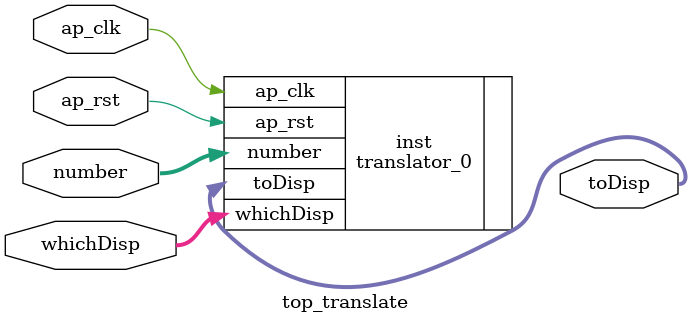
<source format=v>
`timescale 1ns / 1ps


module top_translate(
      number,
      whichDisp,
      toDisp,
      ap_clk,
      ap_rst
    );
    
    input wire [9 : 0] number;
    input wire [3 : 0] whichDisp;
    output wire [6 : 0] toDisp;
    input wire ap_clk;
    input wire ap_rst;
    
      translator_0 inst (
        .number(number),
        .whichDisp(whichDisp),
        .toDisp(toDisp),
        .ap_clk(ap_clk),
        .ap_rst(ap_rst));
        
endmodule

</source>
